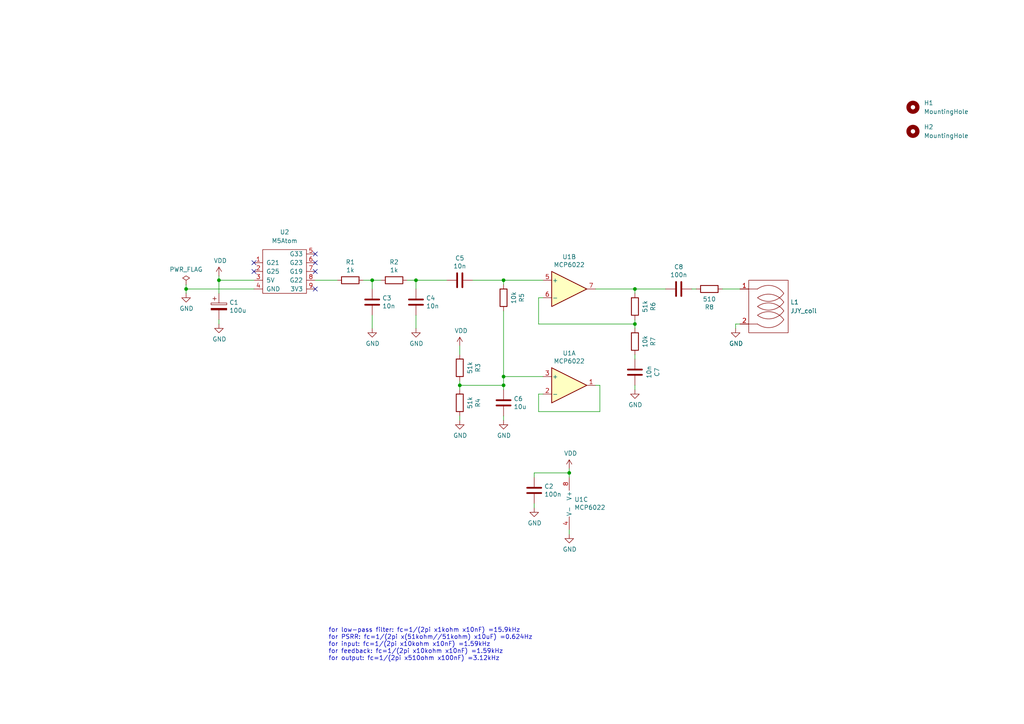
<source format=kicad_sch>
(kicad_sch (version 20211123) (generator eeschema)
  (paper "A4")
  (title_block (title "BF-018A") (date "2022-12-03") (rev "V01L03") (company "Copyright 2020 BotanicFields, Inc.") (comment 1 "JJY Antenna for M5Atom"))
  (lib_symbols
    (symbol "@bf:JJY_coil" (pin_names (offset 1.016))
      (property "Reference" "L" (at 0 8.89 0))
      (property "Value" "JJY_coil" (at 0 -8.89 0))
      (symbol "JJY_coil_0_1"
        (rectangle (start -5.08 7.62) (end 6.35 -7.62))
        (arc (start -2.54 -5.08) (mid 1.5416 -6.0593) (end 5.08 -3.81))
        (arc (start -2.54 -2.54) (mid 1.5416 -3.5193) (end 5.08 -1.27))
        (arc (start -2.54 0) (mid 1.5416 -0.9793) (end 5.08 1.27))
        (arc (start -2.54 2.54) (mid 1.5416 1.5607) (end 5.08 3.81))
        (polyline (pts (xy -5.08 -5.08) (xy -2.54 -5.08)))
        (polyline (pts (xy -5.08 5.08) (xy -2.54 5.08)))
        (arc (start 5.08 -3.81) (mid 1.5397 -1.5725) (end -2.54 -2.54))
        (arc (start 5.08 -1.27) (mid 1.5397 0.9675) (end -2.54 0))
        (arc (start 5.08 1.27) (mid 1.5397 3.5075) (end -2.54 2.54))
        (arc (start 5.08 3.81) (mid 1.5397 6.0475) (end -2.54 5.08))
      )
      (symbol "JJY_coil_1_1"
        (pin input line (at -7.62 5.08 0) (length 2.54) (name "~") (number "1"))
        (pin input line (at -7.62 -5.08 0) (length 2.54) (name "~") (number "2"))
      )
    )
    (symbol "@bf:M5Atom" (pin_names (offset 1.016))
      (property "Reference" "U" (at 0 7.62 0))
      (property "Value" "M5Atom" (at 0 -7.62 0))
      (symbol "M5Atom_0_1"
        (rectangle (start -6.35 6.35) (end 6.35 -6.35))
      )
      (symbol "M5Atom_1_1"
        (pin bidirectional line (at -8.89 2.54 0) (length 2.54) (name "G21") (number "1"))
        (pin bidirectional line (at -8.89 0 0) (length 2.54) (name "G25") (number "2"))
        (pin power_out line (at -8.89 -2.54 0) (length 2.54) (name "5V") (number "3"))
        (pin power_in line (at -8.89 -5.08 0) (length 2.54) (name "GND") (number "4"))
        (pin bidirectional line (at 8.89 5.08 180) (length 2.54) (name "G33") (number "5"))
        (pin bidirectional line (at 8.89 2.54 180) (length 2.54) (name "G23") (number "6"))
        (pin bidirectional line (at 8.89 0 180) (length 2.54) (name "G19") (number "7"))
        (pin bidirectional line (at 8.89 -2.54 180) (length 2.54) (name "G22") (number "8"))
        (pin power_out line (at 8.89 -5.08 180) (length 2.54) (name "3V3") (number "9"))
      )
    )
    (symbol "Amplifier_Operational:LM2904" (pin_names (offset 0.127))
      (property "Reference" "U" (at 0 5.08 0))
      (property "Value" "LM2904" (at 0 -5.08 0))
      (symbol "LM2904_1_1"
        (polyline (pts (xy -5.08 5.08) (xy 5.08 0) (xy -5.08 -5.08) (xy -5.08 5.08)) (stroke (width 0.254)) (fill (type background)))
        (pin output line (at 7.62 0 180) (length 2.54) (name "~") (number "1"))
        (pin input line (at -7.62 -2.54 0) (length 2.54) (name "-") (number "2"))
        (pin input line (at -7.62 2.54 0) (length 2.54) (name "+") (number "3"))
      )
      (symbol "LM2904_2_1"
        (polyline (pts (xy -5.08 5.08) (xy 5.08 0) (xy -5.08 -5.08) (xy -5.08 5.08)) (stroke (width 0.254)) (fill (type background)))
        (pin input line (at -7.62 2.54 0) (length 2.54) (name "+") (number "5"))
        (pin input line (at -7.62 -2.54 0) (length 2.54) (name "-") (number "6"))
        (pin output line (at 7.62 0 180) (length 2.54) (name "~") (number "7"))
      )
      (symbol "LM2904_3_1"
        (pin power_in line (at -2.54 -7.62 90) (length 3.81) (name "V-") (number "4"))
        (pin power_in line (at -2.54 7.62 270) (length 3.81) (name "V+") (number "8"))
      )
    )
    (symbol "Device:C" (pin_numbers hide) (pin_names (offset 0.254))
      (property "Reference" "C" (at 0.635 2.54 0))
      (property "Value" "C" (at 0.635 -2.54 0))
      (symbol "C_0_1"
        (polyline (pts (xy -2.032 -0.762) (xy 2.032 -0.762)) (stroke (width 0.508)))
        (polyline (pts (xy -2.032 0.762) (xy 2.032 0.762)) (stroke (width 0.508)))
      )
      (symbol "C_1_1"
        (pin passive line (at 0 3.81 270) (length 2.794) (name "~") (number "1"))
        (pin passive line (at 0 -3.81 90) (length 2.794) (name "~") (number "2"))
      )
    )
    (symbol "Device:R" (pin_numbers hide) (pin_names (offset 0))
      (property "Reference" "R" (at 2.032 0 90))
      (property "Value" "R" (at 0 0 90))
      (symbol "R_0_1"
        (rectangle (start -1.016 -2.54) (end 1.016 2.54) (stroke (width 0.254)))
      )
      (symbol "R_1_1"
        (pin passive line (at 0 3.81 270) (length 1.27) (name "~") (number "1"))
        (pin passive line (at 0 -3.81 90) (length 1.27) (name "~") (number "2"))
      )
    )
    (symbol "Mechanical:MountingHole" (pin_names (offset 1.016))
      (property "Reference" "H" (at 0 5.08 0))
      (property "Value" "MountingHole" (at 0 3.175 0))
      (symbol "MountingHole_0_1"
        (circle (center 0 0) (radius 1.27) (stroke (width 1.27)))
      )
    )
    (symbol "bf-018a-rescue:CP-Device" (pin_numbers hide) (pin_names (offset 0.254))
      (property "Reference" "C" (at 0.635 2.54 0))
      (property "Value" "CP-Device" (at 0.635 -2.54 0))
      (symbol "CP-Device_0_1"
        (rectangle (start -2.286 0.508) (end 2.286 1.016))
        (polyline (pts (xy -1.778 2.286) (xy -0.762 2.286)))
        (polyline (pts (xy -1.27 2.794) (xy -1.27 1.778)))
        (rectangle (start 2.286 -0.508) (end -2.286 -1.016) (fill (type outline)))
      )
      (symbol "CP-Device_1_1"
        (pin passive line (at 0 3.81 270) (length 2.794) (name "~") (number "1"))
        (pin passive line (at 0 -3.81 90) (length 2.794) (name "~") (number "2"))
      )
    )
    (symbol "power:GND" (power) (pin_names (offset 0))
      (property "Value" "GND" (at 0 -3.81 0))
      (symbol "GND_0_1"
        (polyline (pts (xy 0 0) (xy 0 -1.27) (xy 1.27 -1.27) (xy 0 -2.54) (xy -1.27 -1.27) (xy 0 -1.27)))
      )
      (symbol "GND_1_1"
        (pin power_in line (at 0 0 270) (length 0) hide (name "GND") (number "1"))
      )
    )
    (symbol "power:PWR_FLAG" (power) (pin_numbers hide) (pin_names (offset 0) hide)
      (property "Value" "PWR_FLAG" (at 0 3.81 0))
      (symbol "PWR_FLAG_0_0"
        (pin power_out line (at 0 0 90) (length 0) (name "pwr") (number "1"))
      )
      (symbol "PWR_FLAG_0_1"
        (polyline (pts (xy 0 0) (xy 0 1.27) (xy -1.016 1.905) (xy 0 2.54) (xy 1.016 1.905) (xy 0 1.27)))
      )
    )
    (symbol "power:VDD" (power) (pin_names (offset 0))
      (property "Value" "VDD" (at 0 3.81 0))
      (symbol "VDD_0_1"
        (polyline (pts (xy -0.762 1.27) (xy 0 2.54)))
        (polyline (pts (xy 0 0) (xy 0 2.54)))
        (polyline (pts (xy 0 2.54) (xy 0.762 1.27)))
      )
      (symbol "VDD_1_1"
        (pin power_in line (at 0 0 90) (length 0) hide (name "VDD") (number "1"))
      )
    )
  )
  (junction (at 184.15 93.98))
  (junction (at 53.975 83.82))
  (junction (at 63.5 81.28))
  (junction (at 165.1 137.16))
  (junction (at 146.05 81.28))
  (junction (at 146.05 109.22))
  (junction (at 146.05 111.76))
  (junction (at 184.15 83.82))
  (junction (at 107.95 81.28))
  (junction (at 120.65 81.28))
  (junction (at 133.35 111.76))
  (no_connect (at 73.66 78.74))
  (no_connect (at 91.44 78.74))
  (no_connect (at 91.44 76.2))
  (no_connect (at 91.44 73.66))
  (no_connect (at 73.66 76.2))
  (no_connect (at 91.44 83.82))
  (wire (pts (xy 165.1 153.67) (xy 165.1 154.94)))
  (wire (pts (xy 165.1 135.89) (xy 165.1 137.16)))
  (wire (pts (xy 120.65 83.82) (xy 120.65 81.28)))
  (wire (pts (xy 63.5 92.71) (xy 63.5 93.98)))
  (wire (pts (xy 172.72 83.82) (xy 184.15 83.82)))
  (wire (pts (xy 133.35 120.65) (xy 133.35 121.92)))
  (wire (pts (xy 53.975 82.55) (xy 53.975 83.82)))
  (wire (pts (xy 133.35 111.76) (xy 133.35 113.03)))
  (wire (pts (xy 107.95 81.28) (xy 110.49 81.28)))
  (wire (pts (xy 63.5 80.01) (xy 63.5 81.28)))
  (wire (pts (xy 133.35 110.49) (xy 133.35 111.76)))
  (wire (pts (xy 154.94 137.16) (xy 154.94 138.43)))
  (wire (pts (xy 184.15 113.03) (xy 184.15 111.76)))
  (wire (pts (xy 156.21 86.36) (xy 156.21 93.98)))
  (wire (pts (xy 154.94 147.32) (xy 154.94 146.05)))
  (wire (pts (xy 146.05 111.76) (xy 146.05 113.03)))
  (wire (pts (xy 184.15 104.14) (xy 184.15 102.87)))
  (wire (pts (xy 184.15 92.71) (xy 184.15 93.98)))
  (wire (pts (xy 63.5 81.28) (xy 63.5 85.09)))
  (wire (pts (xy 146.05 81.28) (xy 146.05 82.55)))
  (wire (pts (xy 146.05 109.22) (xy 146.05 111.76)))
  (wire (pts (xy 172.72 111.76) (xy 173.99 111.76)))
  (wire (pts (xy 146.05 90.17) (xy 146.05 109.22)))
  (wire (pts (xy 156.21 114.3) (xy 157.48 114.3)))
  (wire (pts (xy 63.5 81.28) (xy 73.66 81.28)))
  (wire (pts (xy 133.35 100.33) (xy 133.35 102.87)))
  (wire (pts (xy 53.975 83.82) (xy 73.66 83.82)))
  (wire (pts (xy 165.1 137.16) (xy 165.1 138.43)))
  (wire (pts (xy 118.11 81.28) (xy 120.65 81.28)))
  (wire (pts (xy 184.15 93.98) (xy 184.15 95.25)))
  (wire (pts (xy 165.1 137.16) (xy 154.94 137.16)))
  (wire (pts (xy 184.15 85.09) (xy 184.15 83.82)))
  (wire (pts (xy 146.05 81.28) (xy 157.48 81.28)))
  (wire (pts (xy 173.99 111.76) (xy 173.99 119.38)))
  (wire (pts (xy 156.21 119.38) (xy 156.21 114.3)))
  (wire (pts (xy 156.21 93.98) (xy 184.15 93.98)))
  (wire (pts (xy 184.15 83.82) (xy 193.04 83.82)))
  (wire (pts (xy 214.63 93.98) (xy 213.36 93.98)))
  (wire (pts (xy 120.65 81.28) (xy 129.54 81.28)))
  (wire (pts (xy 213.36 93.98) (xy 213.36 95.25)))
  (wire (pts (xy 105.41 81.28) (xy 107.95 81.28)))
  (wire (pts (xy 157.48 86.36) (xy 156.21 86.36)))
  (wire (pts (xy 209.55 83.82) (xy 214.63 83.82)))
  (wire (pts (xy 173.99 119.38) (xy 156.21 119.38)))
  (wire (pts (xy 146.05 120.65) (xy 146.05 121.92)))
  (wire (pts (xy 53.975 83.82) (xy 53.975 85.09)))
  (wire (pts (xy 91.44 81.28) (xy 97.79 81.28)))
  (wire (pts (xy 107.95 83.82) (xy 107.95 81.28)))
  (wire (pts (xy 146.05 109.22) (xy 157.48 109.22)))
  (wire (pts (xy 200.66 83.82) (xy 201.93 83.82)))
  (wire (pts (xy 133.35 111.76) (xy 146.05 111.76)))
  (wire (pts (xy 107.95 91.44) (xy 107.95 95.25)))
  (wire (pts (xy 137.16 81.28) (xy 146.05 81.28)))
  (wire (pts (xy 120.65 91.44) (xy 120.65 95.25)))
  (text "for low-pass filter: fc=1/(2pi x1kohm x10nF) =15.9kHz \nfor PSRR: fc=1/(2pi x(51kohm//51kohm) x10uF) =0.624Hz\nfor input: fc=1/(2pi x10kohm x10nF) =1.59kHz\nfor feedback: fc=1/(2pi x10kohm x10nF) =1.59kHz\nfor output: fc=1/(2pi x510ohm x100nF) =3.12kHz" (at 95.25 191.77 0) (effects (font (size 1.27 1.27)) (justify left bottom)))
  (symbol (lib_id "power:GND") (at 53.975 85.09 0) (unit 1)
    (property "Reference" "#PWR05" (effects hide))
    (property "Value" "GND" (at 54.102 89.4842 0))
  )
  (symbol (lib_id "power:PWR_FLAG") (at 53.975 82.55 0) (unit 1)
    (property "Reference" "#FLG02" (effects hide))
    (property "Value" "PWR_FLAG" (at 53.975 78.1558 0))
  )
  (symbol (lib_id "Amplifier_Operational:LM2904") (at 165.1 83.82 0) (unit 2)
    (property "Reference" "U1" (at 165.1 74.4982 0))
    (property "Value" "MCP6022" (at 165.1 76.8096 0))
    (property "Footprint" "Package_SO:SOIC-8_3.9x4.9mm_P1.27mm" (effects hide))
    (property "Datasheet" "http://www.ti.com/lit/ds/symlink/lm358.pdf" (effects hide))
  )
  (symbol (lib_id "Amplifier_Operational:LM2904") (at 165.1 111.76 0) (unit 1)
    (property "Reference" "U1" (at 165.1 102.4382 0))
    (property "Value" "MCP6022" (at 165.1 104.7496 0))
    (property "Footprint" "Package_SO:SOIC-8_3.9x4.9mm_P1.27mm" (effects hide))
    (property "Datasheet" "http://www.ti.com/lit/ds/symlink/lm358.pdf" (effects hide))
  )
  (symbol (lib_id "Amplifier_Operational:LM2904") (at 167.64 146.05 0) (unit 3)
    (property "Reference" "U1" (at 166.5732 144.8816 0) (effects (justify left)))
    (property "Value" "MCP6022" (at 166.5732 147.193 0) (effects (justify left)))
    (property "Footprint" "Package_SO:SOIC-8_3.9x4.9mm_P1.27mm" (effects hide))
    (property "Datasheet" "http://www.ti.com/lit/ds/symlink/lm358.pdf" (effects hide))
  )
  (symbol (lib_id "Device:C") (at 146.05 116.84 180) (unit 1)
    (property "Reference" "C6" (at 148.971 115.6716 0) (effects (justify right)))
    (property "Value" "10u" (at 148.971 117.983 0) (effects (justify right)))
    (property "Footprint" "Capacitor_SMD:C_0603_1608Metric" (effects hide))
  )
  (symbol (lib_id "Device:C") (at 154.94 142.24 180) (unit 1)
    (property "Reference" "C2" (at 157.861 141.0716 0) (effects (justify right)))
    (property "Value" "100n" (at 157.861 143.383 0) (effects (justify right)))
    (property "Footprint" "Capacitor_SMD:C_0603_1608Metric" (effects hide))
  )
  (symbol (lib_id "power:GND") (at 165.1 154.94 0) (unit 1)
    (property "Reference" "#PWR02" (effects hide))
    (property "Value" "GND" (at 165.227 159.3342 0))
  )
  (symbol (lib_id "power:VDD") (at 165.1 135.89 0) (unit 1)
    (property "Reference" "#PWR01" (effects hide))
    (property "Value" "VDD" (at 165.481 131.4958 0))
  )
  (symbol (lib_id "power:GND") (at 154.94 147.32 0) (unit 1)
    (property "Reference" "#PWR04" (effects hide))
    (property "Value" "GND" (at 155.067 151.7142 0))
  )
  (symbol (lib_id "Device:R") (at 133.35 106.68 180) (unit 1)
    (property "Reference" "R3" (at 138.6078 106.68 90))
    (property "Value" "51k" (at 136.2964 106.68 90))
    (property "Footprint" "Resistor_SMD:R_0603_1608Metric" (effects hide))
  )
  (symbol (lib_id "Device:R") (at 133.35 116.84 180) (unit 1)
    (property "Reference" "R4" (at 138.6078 116.84 90))
    (property "Value" "51k" (at 136.2964 116.84 90))
    (property "Footprint" "Resistor_SMD:R_0603_1608Metric" (effects hide))
  )
  (symbol (lib_id "power:GND") (at 146.05 121.92 0) (unit 1)
    (property "Reference" "#PWR010" (effects hide))
    (property "Value" "GND" (at 146.177 126.3142 0))
  )
  (symbol (lib_id "power:GND") (at 133.35 121.92 0) (unit 1)
    (property "Reference" "#PWR09" (effects hide))
    (property "Value" "GND" (at 133.477 126.3142 0))
  )
  (symbol (lib_id "power:VDD") (at 133.35 100.33 0) (unit 1)
    (property "Reference" "#PWR08" (effects hide))
    (property "Value" "VDD" (at 133.731 95.9358 0))
  )
  (symbol (lib_id "Device:R") (at 184.15 88.9 180) (unit 1)
    (property "Reference" "R6" (at 189.4078 88.9 90))
    (property "Value" "51k" (at 187.0964 88.9 90))
    (property "Footprint" "Resistor_SMD:R_0603_1608Metric" (effects hide))
  )
  (symbol (lib_id "Device:R") (at 184.15 99.06 180) (unit 1)
    (property "Reference" "R7" (at 189.4078 99.06 90))
    (property "Value" "10k" (at 187.0964 99.06 90))
    (property "Footprint" "Resistor_SMD:R_0603_1608Metric" (effects hide))
  )
  (symbol (lib_id "Device:C") (at 133.35 81.28 270) (unit 1)
    (property "Reference" "C5" (at 133.35 74.8792 90))
    (property "Value" "10n" (at 133.35 77.1906 90))
    (property "Footprint" "Capacitor_SMD:C_0603_1608Metric" (effects hide))
  )
  (symbol (lib_id "Device:C") (at 184.15 107.95 180) (unit 1)
    (property "Reference" "C7" (at 190.5508 107.95 90))
    (property "Value" "10n" (at 188.2394 107.95 90))
    (property "Footprint" "Capacitor_SMD:C_0603_1608Metric" (effects hide))
  )
  (symbol (lib_id "Device:R") (at 146.05 86.36 180) (unit 1)
    (property "Reference" "R5" (at 151.3078 86.36 90))
    (property "Value" "10k" (at 148.9964 86.36 90))
    (property "Footprint" "Resistor_SMD:R_0603_1608Metric" (effects hide))
  )
  (symbol (lib_id "power:GND") (at 184.15 113.03 0) (unit 1)
    (property "Reference" "#PWR011" (effects hide))
    (property "Value" "GND" (at 184.277 117.4242 0))
  )
  (symbol (lib_id "Device:C") (at 196.85 83.82 270) (unit 1)
    (property "Reference" "C8" (at 196.85 77.4192 90))
    (property "Value" "100n" (at 196.85 79.7306 90))
    (property "Footprint" "Capacitor_SMD:C_0603_1608Metric" (effects hide))
  )
  (symbol (lib_id "power:GND") (at 213.36 95.25 0) (unit 1)
    (property "Reference" "#PWR012" (effects hide))
    (property "Value" "GND" (at 213.487 99.6442 0))
  )
  (symbol (lib_id "Device:R") (at 205.74 83.82 90) (unit 1)
    (property "Reference" "R8" (at 205.74 89.0778 90))
    (property "Value" "510" (at 205.74 86.7664 90))
    (property "Footprint" "Resistor_SMD:R_1206_3216Metric" (effects hide))
  )
  (symbol (lib_id "Device:R") (at 101.6 81.28 270) (unit 1)
    (property "Reference" "R1" (at 101.6 76.0222 90))
    (property "Value" "1k" (at 101.6 78.3336 90))
    (property "Footprint" "Resistor_SMD:R_0603_1608Metric" (effects hide))
  )
  (symbol (lib_id "Device:C") (at 107.95 87.63 180) (unit 1)
    (property "Reference" "C3" (at 110.871 86.4616 0) (effects (justify right)))
    (property "Value" "10n" (at 110.871 88.773 0) (effects (justify right)))
    (property "Footprint" "Capacitor_SMD:C_0603_1608Metric" (effects hide))
  )
  (symbol (lib_id "Device:C") (at 120.65 87.63 180) (unit 1)
    (property "Reference" "C4" (at 123.571 86.4616 0) (effects (justify right)))
    (property "Value" "10n" (at 123.571 88.773 0) (effects (justify right)))
    (property "Footprint" "Capacitor_SMD:C_0603_1608Metric" (effects hide))
  )
  (symbol (lib_id "Device:R") (at 114.3 81.28 270) (unit 1)
    (property "Reference" "R2" (at 114.3 76.0222 90))
    (property "Value" "1k" (at 114.3 78.3336 90))
    (property "Footprint" "Resistor_SMD:R_0603_1608Metric" (effects hide))
  )
  (symbol (lib_id "power:GND") (at 107.95 95.25 0) (unit 1)
    (property "Reference" "#PWR06" (effects hide))
    (property "Value" "GND" (at 108.077 99.6442 0))
  )
  (symbol (lib_id "power:GND") (at 120.65 95.25 0) (unit 1)
    (property "Reference" "#PWR07" (effects hide))
    (property "Value" "GND" (at 120.777 99.6442 0))
  )
  (symbol (lib_id "bf-018a-rescue:CP-Device") (at 63.5 88.9 0) (unit 1)
    (property "Reference" "C1" (at 66.4972 87.7316 0) (effects (justify left)))
    (property "Value" "100u" (at 66.4972 90.043 0) (effects (justify left)))
    (property "Footprint" "Capacitor_SMD:CP_Elec_6.3x7.7" (effects hide))
  )
  (symbol (lib_id "power:GND") (at 63.5 93.98 0) (unit 1)
    (property "Reference" "#PWR03" (effects hide))
    (property "Value" "GND" (at 63.627 98.3742 0))
  )
  (symbol (lib_id "power:VDD") (at 63.5 80.01 0) (unit 1)
    (property "Reference" "#PWR0101" (effects hide))
    (property "Value" "VDD" (at 63.881 75.6158 0))
  )
  (symbol (lib_id "@bf:M5Atom") (at 82.55 78.74 0) (unit 1)
    (property "Reference" "U2" (at 82.55 67.31 0))
    (property "Value" "M5Atom" (at 82.55 69.85 0))
    (property "Footprint" "@bf:BF@M5Atom" (effects hide))
  )
  (symbol (lib_id "Mechanical:MountingHole") (at 264.795 31.115 0) (unit 1)
    (property "Reference" "H1" (at 267.97 29.8449 0) (effects (justify left)))
    (property "Value" "MountingHole" (at 267.97 32.3849 0) (effects (justify left)))
    (property "Footprint" "MountingHole:MountingHole_2.5mm" (effects hide))
  )
  (symbol (lib_id "@bf:JJY_coil") (at 222.25 88.9 0) (unit 1)
    (property "Reference" "L1" (at 229.235 87.6299 0) (effects (justify left)))
    (property "Value" "JJY_coil" (at 229.235 90.1699 0) (effects (justify left)))
    (property "Footprint" "@bf:BF@JJY_Coil" (effects hide))
  )
  (symbol (lib_id "Mechanical:MountingHole") (at 264.795 38.1 0) (unit 1)
    (property "Reference" "H2" (at 267.97 36.8299 0) (effects (justify left)))
    (property "Value" "MountingHole" (at 267.97 39.3699 0) (effects (justify left)))
    (property "Footprint" "MountingHole:MountingHole_2.5mm" (effects hide))
  )
)
</source>
